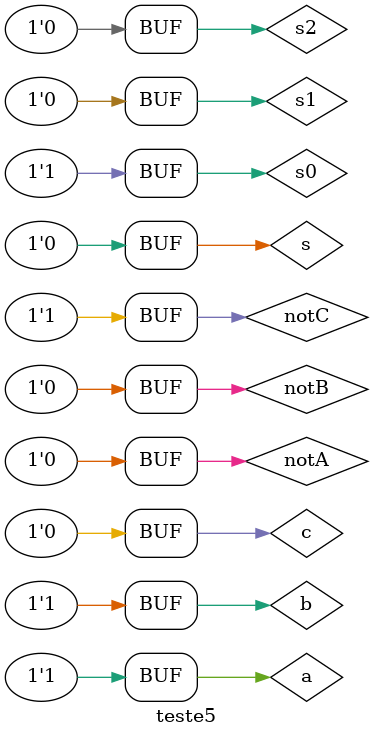
<source format=v>

 module teste5;
 reg   a, b;
 wire  notA, notB, c, s1, s2, s0, s, notC;
 
 nor NOR0 (notA, a, a);
 nor NOR1 (notB, b, b);
 nor NOR7 (notC, notA, notA);
 nor COUT (c, notC, notB);
 nor NOR3 (s1, a, notB);
 nor NOR4 (s2, notA, b);
 nor NOR5 (s0, s1,s2);
 nor NOR6 (s, s0, s0);
       
       
 initial begin
 
      $display("Teste 05 - Operador Meia Diferença NOR");
      $display("A  -  B  =  C  S");
		
      a=0; b=0;
		
  	#1	 $monitor("%b  -  %b  =  %b  %b", a, b, c, s);
   #1  a=0; b=1;
   #1  a=1; b=0;
   #1  a=1; b=1;
 
 end

endmodule 

/* TESTE

Teste 05 - Operador Meia Diferença NOR
    A  -  B  =  C  S
    0  -  0  =  0  0
    0  -  1  =  1  1
    1  -  0  =  0  1
    1  -  1  =  0  0
*/
</source>
